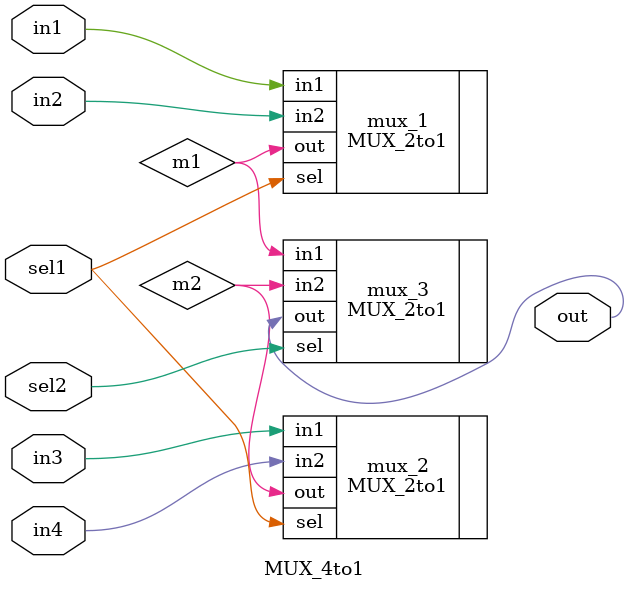
<source format=v>
`timescale 1ns / 1ps


module MUX_4to1(in1, in2, in3, in4, sel2, sel1, out);
    input in1, in2, in3, in4, sel2, sel1;
    output out;
    
    wire m1, m2;
    
    MUX_2to1 mux_1(.in1(in1), .in2(in2), .sel(sel1), .out(m1));
    MUX_2to1 mux_2(.in1(in3), .in2(in4), .sel(sel1), .out(m2));
    MUX_2to1 mux_3(.in1(m1), .in2(m2), .sel(sel2), .out(out));
    
endmodule

</source>
